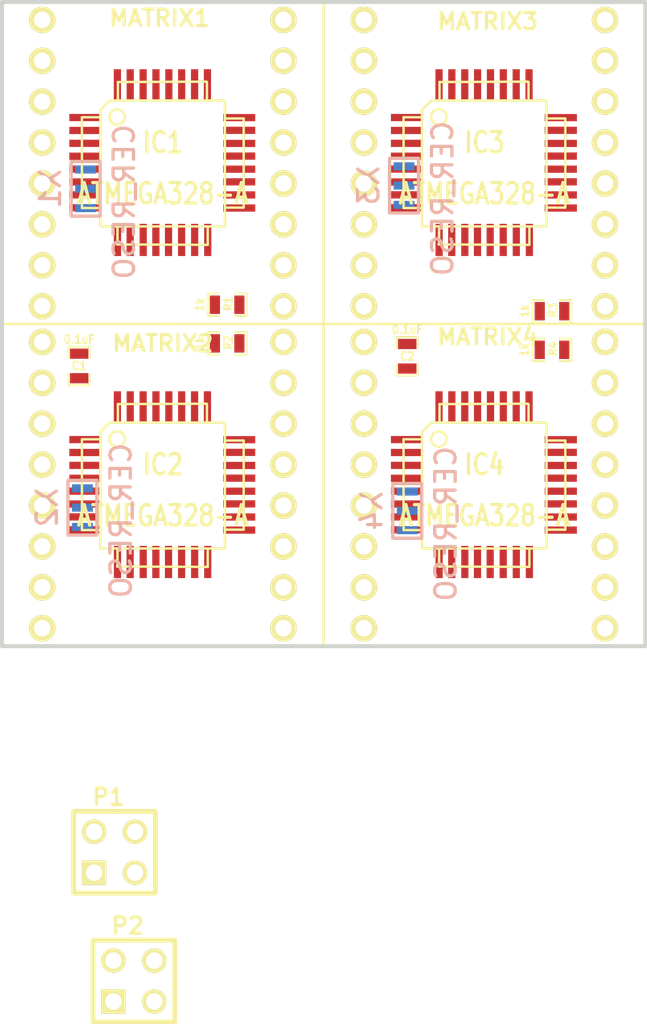
<source format=kicad_pcb>
(kicad_pcb (version 3) (host pcbnew "(2013-mar-13)-testing")

  (general
    (links 128)
    (no_connects 128)
    (area 49.874999 49.874999 90.125001 90.125001)
    (thickness 1.6)
    (drawings 4)
    (tracks 0)
    (zones 0)
    (modules 20)
    (nets 97)
  )

  (page A4)
  (layers
    (15 F.Cu signal)
    (0 B.Cu signal)
    (16 B.Adhes user)
    (17 F.Adhes user)
    (18 B.Paste user)
    (19 F.Paste user)
    (20 B.SilkS user)
    (21 F.SilkS user)
    (22 B.Mask user)
    (23 F.Mask user)
    (24 Dwgs.User user)
    (25 Cmts.User user)
    (26 Eco1.User user)
    (27 Eco2.User user)
    (28 Edge.Cuts user)
  )

  (setup
    (last_trace_width 0.254)
    (trace_clearance 0.254)
    (zone_clearance 0.508)
    (zone_45_only no)
    (trace_min 0.254)
    (segment_width 0.2)
    (edge_width 0.25)
    (via_size 0.889)
    (via_drill 0.635)
    (via_min_size 0.889)
    (via_min_drill 0.508)
    (uvia_size 0.508)
    (uvia_drill 0.127)
    (uvias_allowed no)
    (uvia_min_size 0.508)
    (uvia_min_drill 0.127)
    (pcb_text_width 0.3)
    (pcb_text_size 1.5 1.5)
    (mod_edge_width 0.15)
    (mod_text_size 1 1)
    (mod_text_width 0.15)
    (pad_size 1.5 1.5)
    (pad_drill 0.6)
    (pad_to_mask_clearance 0)
    (aux_axis_origin 0 0)
    (visible_elements FFFFFF7F)
    (pcbplotparams
      (layerselection 3178497)
      (usegerberextensions true)
      (excludeedgelayer true)
      (linewidth 0.150000)
      (plotframeref false)
      (viasonmask false)
      (mode 1)
      (useauxorigin false)
      (hpglpennumber 1)
      (hpglpenspeed 20)
      (hpglpendiameter 15)
      (hpglpenoverlay 2)
      (psnegative false)
      (psa4output false)
      (plotreference true)
      (plotvalue true)
      (plotothertext true)
      (plotinvisibletext false)
      (padsonsilk false)
      (subtractmaskfromsilk false)
      (outputformat 1)
      (mirror false)
      (drillshape 1)
      (scaleselection 1)
      (outputdirectory ""))
  )

  (net 0 "")
  (net 1 +5V)
  (net 2 /COL1_DRV1)
  (net 3 /COL1_DRV2)
  (net 4 /COL1_DRV3)
  (net 5 /COL1_DRV4)
  (net 6 /COL2_DRV1)
  (net 7 /COL2_DRV2)
  (net 8 /COL2_DRV3)
  (net 9 /COL2_DRV4)
  (net 10 /COL3_DRV1)
  (net 11 /COL3_DRV2)
  (net 12 /COL3_DRV3)
  (net 13 /COL3_DRV4)
  (net 14 /COL4_DRV1)
  (net 15 /COL4_DRV2)
  (net 16 /COL4_DRV3)
  (net 17 /COL4_DRV4)
  (net 18 /COL5_DRV1)
  (net 19 /COL5_DRV2)
  (net 20 /COL5_DRV3)
  (net 21 /COL5_DRV4)
  (net 22 /COL6_DRV1)
  (net 23 /COL6_DRV2)
  (net 24 /COL6_DRV3)
  (net 25 /COL6_DRV4)
  (net 26 /COL7_DRV1)
  (net 27 /COL7_DRV2)
  (net 28 /COL7_DRV3)
  (net 29 /COL7_DRV4)
  (net 30 /COL8_DRV1)
  (net 31 /COL8_DRV2)
  (net 32 /COL8_DRV3)
  (net 33 /COL8_DRV4)
  (net 34 /RESET_DRV1)
  (net 35 /RESET_DRV2)
  (net 36 /RESET_DRV3)
  (net 37 /RESET_DRV4)
  (net 38 /ROW1_DRV1)
  (net 39 /ROW1_DRV2)
  (net 40 /ROW1_DRV3)
  (net 41 /ROW1_DRV4)
  (net 42 /ROW2_DRV1)
  (net 43 /ROW2_DRV2)
  (net 44 /ROW2_DRV3)
  (net 45 /ROW2_DRV4)
  (net 46 /ROW3_DRV1)
  (net 47 /ROW3_DRV2)
  (net 48 /ROW3_DRV3)
  (net 49 /ROW3_DRV4)
  (net 50 /ROW4_DRV1)
  (net 51 /ROW4_DRV2)
  (net 52 /ROW4_DRV3)
  (net 53 /ROW4_DRV4)
  (net 54 /ROW5_DRV1)
  (net 55 /ROW5_DRV2)
  (net 56 /ROW5_DRV3)
  (net 57 /ROW5_DRV4)
  (net 58 /ROW6_DRV1)
  (net 59 /ROW6_DRV2)
  (net 60 /ROW6_DRV3)
  (net 61 /ROW6_DRV4)
  (net 62 /ROW7_DRV1)
  (net 63 /ROW7_DRV2)
  (net 64 /ROW7_DRV3)
  (net 65 /ROW7_DRV4)
  (net 66 /ROW8_DRV1)
  (net 67 /ROW8_DRV2)
  (net 68 /ROW8_DRV3)
  (net 69 /ROW8_DRV4)
  (net 70 /SCL)
  (net 71 /SDA)
  (net 72 /XTAL1_DRV1)
  (net 73 /XTAL1_DRV2)
  (net 74 /XTAL1_DRV3)
  (net 75 /XTAL1_DRV4)
  (net 76 /XTAL2_DRV1)
  (net 77 /XTAL2_DRV2)
  (net 78 /XTAL2_DRV3)
  (net 79 /XTAL2_DRV4)
  (net 80 GND)
  (net 81 N-000001)
  (net 82 N-0000010)
  (net 83 N-0000039)
  (net 84 N-0000040)
  (net 85 N-0000041)
  (net 86 N-0000042)
  (net 87 N-000007)
  (net 88 N-0000087)
  (net 89 N-0000088)
  (net 90 N-0000089)
  (net 91 N-000009)
  (net 92 N-0000090)
  (net 93 N-0000091)
  (net 94 N-0000092)
  (net 95 N-0000093)
  (net 96 N-0000094)

  (net_class Default "This is the default net class."
    (clearance 0.254)
    (trace_width 0.254)
    (via_dia 0.889)
    (via_drill 0.635)
    (uvia_dia 0.508)
    (uvia_drill 0.127)
    (add_net "")
    (add_net +5V)
    (add_net /COL1_DRV1)
    (add_net /COL1_DRV2)
    (add_net /COL1_DRV3)
    (add_net /COL1_DRV4)
    (add_net /COL2_DRV1)
    (add_net /COL2_DRV2)
    (add_net /COL2_DRV3)
    (add_net /COL2_DRV4)
    (add_net /COL3_DRV1)
    (add_net /COL3_DRV2)
    (add_net /COL3_DRV3)
    (add_net /COL3_DRV4)
    (add_net /COL4_DRV1)
    (add_net /COL4_DRV2)
    (add_net /COL4_DRV3)
    (add_net /COL4_DRV4)
    (add_net /COL5_DRV1)
    (add_net /COL5_DRV2)
    (add_net /COL5_DRV3)
    (add_net /COL5_DRV4)
    (add_net /COL6_DRV1)
    (add_net /COL6_DRV2)
    (add_net /COL6_DRV3)
    (add_net /COL6_DRV4)
    (add_net /COL7_DRV1)
    (add_net /COL7_DRV2)
    (add_net /COL7_DRV3)
    (add_net /COL7_DRV4)
    (add_net /COL8_DRV1)
    (add_net /COL8_DRV2)
    (add_net /COL8_DRV3)
    (add_net /COL8_DRV4)
    (add_net /RESET_DRV1)
    (add_net /RESET_DRV2)
    (add_net /RESET_DRV3)
    (add_net /RESET_DRV4)
    (add_net /ROW1_DRV1)
    (add_net /ROW1_DRV2)
    (add_net /ROW1_DRV3)
    (add_net /ROW1_DRV4)
    (add_net /ROW2_DRV1)
    (add_net /ROW2_DRV2)
    (add_net /ROW2_DRV3)
    (add_net /ROW2_DRV4)
    (add_net /ROW3_DRV1)
    (add_net /ROW3_DRV2)
    (add_net /ROW3_DRV3)
    (add_net /ROW3_DRV4)
    (add_net /ROW4_DRV1)
    (add_net /ROW4_DRV2)
    (add_net /ROW4_DRV3)
    (add_net /ROW4_DRV4)
    (add_net /ROW5_DRV1)
    (add_net /ROW5_DRV2)
    (add_net /ROW5_DRV3)
    (add_net /ROW5_DRV4)
    (add_net /ROW6_DRV1)
    (add_net /ROW6_DRV2)
    (add_net /ROW6_DRV3)
    (add_net /ROW6_DRV4)
    (add_net /ROW7_DRV1)
    (add_net /ROW7_DRV2)
    (add_net /ROW7_DRV3)
    (add_net /ROW7_DRV4)
    (add_net /ROW8_DRV1)
    (add_net /ROW8_DRV2)
    (add_net /ROW8_DRV3)
    (add_net /ROW8_DRV4)
    (add_net /SCL)
    (add_net /SDA)
    (add_net /XTAL1_DRV1)
    (add_net /XTAL1_DRV2)
    (add_net /XTAL1_DRV3)
    (add_net /XTAL1_DRV4)
    (add_net /XTAL2_DRV1)
    (add_net /XTAL2_DRV2)
    (add_net /XTAL2_DRV3)
    (add_net /XTAL2_DRV4)
    (add_net GND)
    (add_net N-000001)
    (add_net N-0000010)
    (add_net N-0000039)
    (add_net N-0000040)
    (add_net N-0000041)
    (add_net N-0000042)
    (add_net N-000007)
    (add_net N-0000087)
    (add_net N-0000088)
    (add_net N-0000089)
    (add_net N-000009)
    (add_net N-0000090)
    (add_net N-0000091)
    (add_net N-0000092)
    (add_net N-0000093)
    (add_net N-0000094)
  )

  (module SM0603_Capa (layer F.Cu) (tedit 5051B1EC) (tstamp 52131EE2)
    (at 54.8 72.6 270)
    (path /521309B9)
    (attr smd)
    (fp_text reference C1 (at 0 0 360) (layer F.SilkS)
      (effects (font (size 0.508 0.4572) (thickness 0.1143)))
    )
    (fp_text value 0.1uF (at -1.651 0 360) (layer F.SilkS)
      (effects (font (size 0.508 0.4572) (thickness 0.1143)))
    )
    (fp_line (start 0.50038 0.65024) (end 1.19888 0.65024) (layer F.SilkS) (width 0.11938))
    (fp_line (start -0.50038 0.65024) (end -1.19888 0.65024) (layer F.SilkS) (width 0.11938))
    (fp_line (start 0.50038 -0.65024) (end 1.19888 -0.65024) (layer F.SilkS) (width 0.11938))
    (fp_line (start -1.19888 -0.65024) (end -0.50038 -0.65024) (layer F.SilkS) (width 0.11938))
    (fp_line (start 1.19888 -0.635) (end 1.19888 0.635) (layer F.SilkS) (width 0.11938))
    (fp_line (start -1.19888 0.635) (end -1.19888 -0.635) (layer F.SilkS) (width 0.11938))
    (pad 1 smd rect (at -0.762 0 270) (size 0.635 1.143)
      (layers F.Cu F.Paste F.Mask)
      (net 1 +5V)
    )
    (pad 2 smd rect (at 0.762 0 270) (size 0.635 1.143)
      (layers F.Cu F.Paste F.Mask)
      (net 80 GND)
    )
    (model smd\capacitors\C0603.wrl
      (at (xyz 0 0 0.001))
      (scale (xyz 0.5 0.5 0.5))
      (rotate (xyz 0 0 0))
    )
  )

  (module TQFP32 (layer F.Cu) (tedit 43A670DA) (tstamp 52131F3C)
    (at 60 60)
    (path /521285C1)
    (fp_text reference IC1 (at 0 -1.27) (layer F.SilkS)
      (effects (font (size 1.27 1.016) (thickness 0.2032)))
    )
    (fp_text value ATMEGA328-A (at 0 1.905) (layer F.SilkS)
      (effects (font (size 1.27 1.016) (thickness 0.2032)))
    )
    (fp_line (start 5.0292 2.7686) (end 3.8862 2.7686) (layer F.SilkS) (width 0.1524))
    (fp_line (start 5.0292 -2.7686) (end 3.9116 -2.7686) (layer F.SilkS) (width 0.1524))
    (fp_line (start 5.0292 2.7686) (end 5.0292 -2.7686) (layer F.SilkS) (width 0.1524))
    (fp_line (start 2.794 3.9624) (end 2.794 5.0546) (layer F.SilkS) (width 0.1524))
    (fp_line (start -2.8194 3.9878) (end -2.8194 5.0546) (layer F.SilkS) (width 0.1524))
    (fp_line (start -2.8448 5.0546) (end 2.794 5.08) (layer F.SilkS) (width 0.1524))
    (fp_line (start -2.794 -5.0292) (end 2.7178 -5.0546) (layer F.SilkS) (width 0.1524))
    (fp_line (start -3.8862 -3.2766) (end -3.8862 3.9116) (layer F.SilkS) (width 0.1524))
    (fp_line (start 2.7432 -5.0292) (end 2.7432 -3.9878) (layer F.SilkS) (width 0.1524))
    (fp_line (start -3.2512 -3.8862) (end 3.81 -3.8862) (layer F.SilkS) (width 0.1524))
    (fp_line (start 3.8608 3.937) (end 3.8608 -3.7846) (layer F.SilkS) (width 0.1524))
    (fp_line (start -3.8862 3.937) (end 3.7338 3.937) (layer F.SilkS) (width 0.1524))
    (fp_line (start -5.0292 -2.8448) (end -5.0292 2.794) (layer F.SilkS) (width 0.1524))
    (fp_line (start -5.0292 2.794) (end -3.8862 2.794) (layer F.SilkS) (width 0.1524))
    (fp_line (start -3.87604 -3.302) (end -3.29184 -3.8862) (layer F.SilkS) (width 0.1524))
    (fp_line (start -5.02412 -2.8448) (end -3.87604 -2.8448) (layer F.SilkS) (width 0.1524))
    (fp_line (start -2.794 -3.8862) (end -2.794 -5.03428) (layer F.SilkS) (width 0.1524))
    (fp_circle (center -2.83972 -2.86004) (end -2.43332 -2.60604) (layer F.SilkS) (width 0.1524))
    (pad 8 smd rect (at -4.81584 2.77622) (size 1.99898 0.44958)
      (layers F.Cu F.Paste F.Mask)
      (net 76 /XTAL2_DRV1)
    )
    (pad 7 smd rect (at -4.81584 1.97612) (size 1.99898 0.44958)
      (layers F.Cu F.Paste F.Mask)
      (net 72 /XTAL1_DRV1)
    )
    (pad 6 smd rect (at -4.81584 1.17602) (size 1.99898 0.44958)
      (layers F.Cu F.Paste F.Mask)
      (net 1 +5V)
    )
    (pad 5 smd rect (at -4.81584 0.37592) (size 1.99898 0.44958)
      (layers F.Cu F.Paste F.Mask)
      (net 80 GND)
    )
    (pad 4 smd rect (at -4.81584 -0.42418) (size 1.99898 0.44958)
      (layers F.Cu F.Paste F.Mask)
      (net 1 +5V)
    )
    (pad 3 smd rect (at -4.81584 -1.22428) (size 1.99898 0.44958)
      (layers F.Cu F.Paste F.Mask)
      (net 80 GND)
    )
    (pad 2 smd rect (at -4.81584 -2.02438) (size 1.99898 0.44958)
      (layers F.Cu F.Paste F.Mask)
      (net 18 /COL5_DRV1)
    )
    (pad 1 smd rect (at -4.81584 -2.82448) (size 1.99898 0.44958)
      (layers F.Cu F.Paste F.Mask)
      (net 14 /COL4_DRV1)
    )
    (pad 24 smd rect (at 4.7498 -2.8194) (size 1.99898 0.44958)
      (layers F.Cu F.Paste F.Mask)
      (net 66 /ROW8_DRV1)
    )
    (pad 17 smd rect (at 4.7498 2.794) (size 1.99898 0.44958)
      (layers F.Cu F.Paste F.Mask)
      (net 58 /ROW6_DRV1)
    )
    (pad 18 smd rect (at 4.7498 1.9812) (size 1.99898 0.44958)
      (layers F.Cu F.Paste F.Mask)
      (net 1 +5V)
    )
    (pad 19 smd rect (at 4.7498 1.1684) (size 1.99898 0.44958)
      (layers F.Cu F.Paste F.Mask)
      (net 89 N-0000088)
    )
    (pad 20 smd rect (at 4.7498 0.381) (size 1.99898 0.44958)
      (layers F.Cu F.Paste F.Mask)
      (net 1 +5V)
    )
    (pad 21 smd rect (at 4.7498 -0.4318) (size 1.99898 0.44958)
      (layers F.Cu F.Paste F.Mask)
      (net 80 GND)
    )
    (pad 22 smd rect (at 4.7498 -1.2192) (size 1.99898 0.44958)
      (layers F.Cu F.Paste F.Mask)
      (net 90 N-0000089)
    )
    (pad 23 smd rect (at 4.7498 -2.032) (size 1.99898 0.44958)
      (layers F.Cu F.Paste F.Mask)
      (net 62 /ROW7_DRV1)
    )
    (pad 32 smd rect (at -2.82448 -4.826) (size 0.44958 1.99898)
      (layers F.Cu F.Paste F.Mask)
      (net 10 /COL3_DRV1)
    )
    (pad 31 smd rect (at -2.02692 -4.826) (size 0.44958 1.99898)
      (layers F.Cu F.Paste F.Mask)
      (net 6 /COL2_DRV1)
    )
    (pad 30 smd rect (at -1.22428 -4.826) (size 0.44958 1.99898)
      (layers F.Cu F.Paste F.Mask)
      (net 2 /COL1_DRV1)
    )
    (pad 29 smd rect (at -0.42672 -4.826) (size 0.44958 1.99898)
      (layers F.Cu F.Paste F.Mask)
      (net 34 /RESET_DRV1)
    )
    (pad 28 smd rect (at 0.37592 -4.826) (size 0.44958 1.99898)
      (layers F.Cu F.Paste F.Mask)
      (net 70 /SCL)
    )
    (pad 27 smd rect (at 1.17348 -4.826) (size 0.44958 1.99898)
      (layers F.Cu F.Paste F.Mask)
      (net 71 /SDA)
    )
    (pad 26 smd rect (at 1.97612 -4.826) (size 0.44958 1.99898)
      (layers F.Cu F.Paste F.Mask)
      (net 93 N-0000091)
    )
    (pad 25 smd rect (at 2.77368 -4.826) (size 0.44958 1.99898)
      (layers F.Cu F.Paste F.Mask)
      (net 92 N-0000090)
    )
    (pad 9 smd rect (at -2.8194 4.7752) (size 0.44958 1.99898)
      (layers F.Cu F.Paste F.Mask)
      (net 22 /COL6_DRV1)
    )
    (pad 10 smd rect (at -2.032 4.7752) (size 0.44958 1.99898)
      (layers F.Cu F.Paste F.Mask)
      (net 26 /COL7_DRV1)
    )
    (pad 11 smd rect (at -1.2192 4.7752) (size 0.44958 1.99898)
      (layers F.Cu F.Paste F.Mask)
      (net 30 /COL8_DRV1)
    )
    (pad 12 smd rect (at -0.4318 4.7752) (size 0.44958 1.99898)
      (layers F.Cu F.Paste F.Mask)
      (net 38 /ROW1_DRV1)
    )
    (pad 13 smd rect (at 0.3556 4.7752) (size 0.44958 1.99898)
      (layers F.Cu F.Paste F.Mask)
      (net 42 /ROW2_DRV1)
    )
    (pad 14 smd rect (at 1.1684 4.7752) (size 0.44958 1.99898)
      (layers F.Cu F.Paste F.Mask)
      (net 46 /ROW3_DRV1)
    )
    (pad 15 smd rect (at 1.9812 4.7752) (size 0.44958 1.99898)
      (layers F.Cu F.Paste F.Mask)
      (net 50 /ROW4_DRV1)
    )
    (pad 16 smd rect (at 2.794 4.7752) (size 0.44958 1.99898)
      (layers F.Cu F.Paste F.Mask)
      (net 54 /ROW5_DRV1)
    )
    (model smd/tqfp32.wrl
      (at (xyz 0 0 0))
      (scale (xyz 1 1 1))
      (rotate (xyz 0 0 0))
    )
  )

  (module TQFP32 (layer F.Cu) (tedit 43A670DA) (tstamp 52131F72)
    (at 60 80)
    (path /521296D4)
    (fp_text reference IC2 (at 0 -1.27) (layer F.SilkS)
      (effects (font (size 1.27 1.016) (thickness 0.2032)))
    )
    (fp_text value ATMEGA328-A (at 0 1.905) (layer F.SilkS)
      (effects (font (size 1.27 1.016) (thickness 0.2032)))
    )
    (fp_line (start 5.0292 2.7686) (end 3.8862 2.7686) (layer F.SilkS) (width 0.1524))
    (fp_line (start 5.0292 -2.7686) (end 3.9116 -2.7686) (layer F.SilkS) (width 0.1524))
    (fp_line (start 5.0292 2.7686) (end 5.0292 -2.7686) (layer F.SilkS) (width 0.1524))
    (fp_line (start 2.794 3.9624) (end 2.794 5.0546) (layer F.SilkS) (width 0.1524))
    (fp_line (start -2.8194 3.9878) (end -2.8194 5.0546) (layer F.SilkS) (width 0.1524))
    (fp_line (start -2.8448 5.0546) (end 2.794 5.08) (layer F.SilkS) (width 0.1524))
    (fp_line (start -2.794 -5.0292) (end 2.7178 -5.0546) (layer F.SilkS) (width 0.1524))
    (fp_line (start -3.8862 -3.2766) (end -3.8862 3.9116) (layer F.SilkS) (width 0.1524))
    (fp_line (start 2.7432 -5.0292) (end 2.7432 -3.9878) (layer F.SilkS) (width 0.1524))
    (fp_line (start -3.2512 -3.8862) (end 3.81 -3.8862) (layer F.SilkS) (width 0.1524))
    (fp_line (start 3.8608 3.937) (end 3.8608 -3.7846) (layer F.SilkS) (width 0.1524))
    (fp_line (start -3.8862 3.937) (end 3.7338 3.937) (layer F.SilkS) (width 0.1524))
    (fp_line (start -5.0292 -2.8448) (end -5.0292 2.794) (layer F.SilkS) (width 0.1524))
    (fp_line (start -5.0292 2.794) (end -3.8862 2.794) (layer F.SilkS) (width 0.1524))
    (fp_line (start -3.87604 -3.302) (end -3.29184 -3.8862) (layer F.SilkS) (width 0.1524))
    (fp_line (start -5.02412 -2.8448) (end -3.87604 -2.8448) (layer F.SilkS) (width 0.1524))
    (fp_line (start -2.794 -3.8862) (end -2.794 -5.03428) (layer F.SilkS) (width 0.1524))
    (fp_circle (center -2.83972 -2.86004) (end -2.43332 -2.60604) (layer F.SilkS) (width 0.1524))
    (pad 8 smd rect (at -4.81584 2.77622) (size 1.99898 0.44958)
      (layers F.Cu F.Paste F.Mask)
      (net 77 /XTAL2_DRV2)
    )
    (pad 7 smd rect (at -4.81584 1.97612) (size 1.99898 0.44958)
      (layers F.Cu F.Paste F.Mask)
      (net 73 /XTAL1_DRV2)
    )
    (pad 6 smd rect (at -4.81584 1.17602) (size 1.99898 0.44958)
      (layers F.Cu F.Paste F.Mask)
      (net 1 +5V)
    )
    (pad 5 smd rect (at -4.81584 0.37592) (size 1.99898 0.44958)
      (layers F.Cu F.Paste F.Mask)
      (net 80 GND)
    )
    (pad 4 smd rect (at -4.81584 -0.42418) (size 1.99898 0.44958)
      (layers F.Cu F.Paste F.Mask)
      (net 1 +5V)
    )
    (pad 3 smd rect (at -4.81584 -1.22428) (size 1.99898 0.44958)
      (layers F.Cu F.Paste F.Mask)
      (net 80 GND)
    )
    (pad 2 smd rect (at -4.81584 -2.02438) (size 1.99898 0.44958)
      (layers F.Cu F.Paste F.Mask)
      (net 19 /COL5_DRV2)
    )
    (pad 1 smd rect (at -4.81584 -2.82448) (size 1.99898 0.44958)
      (layers F.Cu F.Paste F.Mask)
      (net 15 /COL4_DRV2)
    )
    (pad 24 smd rect (at 4.7498 -2.8194) (size 1.99898 0.44958)
      (layers F.Cu F.Paste F.Mask)
      (net 67 /ROW8_DRV2)
    )
    (pad 17 smd rect (at 4.7498 2.794) (size 1.99898 0.44958)
      (layers F.Cu F.Paste F.Mask)
      (net 59 /ROW6_DRV2)
    )
    (pad 18 smd rect (at 4.7498 1.9812) (size 1.99898 0.44958)
      (layers F.Cu F.Paste F.Mask)
      (net 1 +5V)
    )
    (pad 19 smd rect (at 4.7498 1.1684) (size 1.99898 0.44958)
      (layers F.Cu F.Paste F.Mask)
      (net 96 N-0000094)
    )
    (pad 20 smd rect (at 4.7498 0.381) (size 1.99898 0.44958)
      (layers F.Cu F.Paste F.Mask)
      (net 1 +5V)
    )
    (pad 21 smd rect (at 4.7498 -0.4318) (size 1.99898 0.44958)
      (layers F.Cu F.Paste F.Mask)
      (net 80 GND)
    )
    (pad 22 smd rect (at 4.7498 -1.2192) (size 1.99898 0.44958)
      (layers F.Cu F.Paste F.Mask)
      (net 88 N-0000087)
    )
    (pad 23 smd rect (at 4.7498 -2.032) (size 1.99898 0.44958)
      (layers F.Cu F.Paste F.Mask)
      (net 63 /ROW7_DRV2)
    )
    (pad 32 smd rect (at -2.82448 -4.826) (size 0.44958 1.99898)
      (layers F.Cu F.Paste F.Mask)
      (net 11 /COL3_DRV2)
    )
    (pad 31 smd rect (at -2.02692 -4.826) (size 0.44958 1.99898)
      (layers F.Cu F.Paste F.Mask)
      (net 7 /COL2_DRV2)
    )
    (pad 30 smd rect (at -1.22428 -4.826) (size 0.44958 1.99898)
      (layers F.Cu F.Paste F.Mask)
      (net 3 /COL1_DRV2)
    )
    (pad 29 smd rect (at -0.42672 -4.826) (size 0.44958 1.99898)
      (layers F.Cu F.Paste F.Mask)
      (net 35 /RESET_DRV2)
    )
    (pad 28 smd rect (at 0.37592 -4.826) (size 0.44958 1.99898)
      (layers F.Cu F.Paste F.Mask)
      (net 70 /SCL)
    )
    (pad 27 smd rect (at 1.17348 -4.826) (size 0.44958 1.99898)
      (layers F.Cu F.Paste F.Mask)
      (net 71 /SDA)
    )
    (pad 26 smd rect (at 1.97612 -4.826) (size 0.44958 1.99898)
      (layers F.Cu F.Paste F.Mask)
      (net 95 N-0000093)
    )
    (pad 25 smd rect (at 2.77368 -4.826) (size 0.44958 1.99898)
      (layers F.Cu F.Paste F.Mask)
      (net 94 N-0000092)
    )
    (pad 9 smd rect (at -2.8194 4.7752) (size 0.44958 1.99898)
      (layers F.Cu F.Paste F.Mask)
      (net 23 /COL6_DRV2)
    )
    (pad 10 smd rect (at -2.032 4.7752) (size 0.44958 1.99898)
      (layers F.Cu F.Paste F.Mask)
      (net 27 /COL7_DRV2)
    )
    (pad 11 smd rect (at -1.2192 4.7752) (size 0.44958 1.99898)
      (layers F.Cu F.Paste F.Mask)
      (net 31 /COL8_DRV2)
    )
    (pad 12 smd rect (at -0.4318 4.7752) (size 0.44958 1.99898)
      (layers F.Cu F.Paste F.Mask)
      (net 39 /ROW1_DRV2)
    )
    (pad 13 smd rect (at 0.3556 4.7752) (size 0.44958 1.99898)
      (layers F.Cu F.Paste F.Mask)
      (net 43 /ROW2_DRV2)
    )
    (pad 14 smd rect (at 1.1684 4.7752) (size 0.44958 1.99898)
      (layers F.Cu F.Paste F.Mask)
      (net 47 /ROW3_DRV2)
    )
    (pad 15 smd rect (at 1.9812 4.7752) (size 0.44958 1.99898)
      (layers F.Cu F.Paste F.Mask)
      (net 51 /ROW4_DRV2)
    )
    (pad 16 smd rect (at 2.794 4.7752) (size 0.44958 1.99898)
      (layers F.Cu F.Paste F.Mask)
      (net 55 /ROW5_DRV2)
    )
    (model smd/tqfp32.wrl
      (at (xyz 0 0 0))
      (scale (xyz 1 1 1))
      (rotate (xyz 0 0 0))
    )
  )

  (module TQFP32 (layer F.Cu) (tedit 43A670DA) (tstamp 52131FA8)
    (at 80 60)
    (path /5213039D)
    (fp_text reference IC3 (at 0 -1.27) (layer F.SilkS)
      (effects (font (size 1.27 1.016) (thickness 0.2032)))
    )
    (fp_text value ATMEGA328-A (at 0 1.905) (layer F.SilkS)
      (effects (font (size 1.27 1.016) (thickness 0.2032)))
    )
    (fp_line (start 5.0292 2.7686) (end 3.8862 2.7686) (layer F.SilkS) (width 0.1524))
    (fp_line (start 5.0292 -2.7686) (end 3.9116 -2.7686) (layer F.SilkS) (width 0.1524))
    (fp_line (start 5.0292 2.7686) (end 5.0292 -2.7686) (layer F.SilkS) (width 0.1524))
    (fp_line (start 2.794 3.9624) (end 2.794 5.0546) (layer F.SilkS) (width 0.1524))
    (fp_line (start -2.8194 3.9878) (end -2.8194 5.0546) (layer F.SilkS) (width 0.1524))
    (fp_line (start -2.8448 5.0546) (end 2.794 5.08) (layer F.SilkS) (width 0.1524))
    (fp_line (start -2.794 -5.0292) (end 2.7178 -5.0546) (layer F.SilkS) (width 0.1524))
    (fp_line (start -3.8862 -3.2766) (end -3.8862 3.9116) (layer F.SilkS) (width 0.1524))
    (fp_line (start 2.7432 -5.0292) (end 2.7432 -3.9878) (layer F.SilkS) (width 0.1524))
    (fp_line (start -3.2512 -3.8862) (end 3.81 -3.8862) (layer F.SilkS) (width 0.1524))
    (fp_line (start 3.8608 3.937) (end 3.8608 -3.7846) (layer F.SilkS) (width 0.1524))
    (fp_line (start -3.8862 3.937) (end 3.7338 3.937) (layer F.SilkS) (width 0.1524))
    (fp_line (start -5.0292 -2.8448) (end -5.0292 2.794) (layer F.SilkS) (width 0.1524))
    (fp_line (start -5.0292 2.794) (end -3.8862 2.794) (layer F.SilkS) (width 0.1524))
    (fp_line (start -3.87604 -3.302) (end -3.29184 -3.8862) (layer F.SilkS) (width 0.1524))
    (fp_line (start -5.02412 -2.8448) (end -3.87604 -2.8448) (layer F.SilkS) (width 0.1524))
    (fp_line (start -2.794 -3.8862) (end -2.794 -5.03428) (layer F.SilkS) (width 0.1524))
    (fp_circle (center -2.83972 -2.86004) (end -2.43332 -2.60604) (layer F.SilkS) (width 0.1524))
    (pad 8 smd rect (at -4.81584 2.77622) (size 1.99898 0.44958)
      (layers F.Cu F.Paste F.Mask)
      (net 78 /XTAL2_DRV3)
    )
    (pad 7 smd rect (at -4.81584 1.97612) (size 1.99898 0.44958)
      (layers F.Cu F.Paste F.Mask)
      (net 74 /XTAL1_DRV3)
    )
    (pad 6 smd rect (at -4.81584 1.17602) (size 1.99898 0.44958)
      (layers F.Cu F.Paste F.Mask)
      (net 1 +5V)
    )
    (pad 5 smd rect (at -4.81584 0.37592) (size 1.99898 0.44958)
      (layers F.Cu F.Paste F.Mask)
      (net 80 GND)
    )
    (pad 4 smd rect (at -4.81584 -0.42418) (size 1.99898 0.44958)
      (layers F.Cu F.Paste F.Mask)
      (net 1 +5V)
    )
    (pad 3 smd rect (at -4.81584 -1.22428) (size 1.99898 0.44958)
      (layers F.Cu F.Paste F.Mask)
      (net 80 GND)
    )
    (pad 2 smd rect (at -4.81584 -2.02438) (size 1.99898 0.44958)
      (layers F.Cu F.Paste F.Mask)
      (net 20 /COL5_DRV3)
    )
    (pad 1 smd rect (at -4.81584 -2.82448) (size 1.99898 0.44958)
      (layers F.Cu F.Paste F.Mask)
      (net 16 /COL4_DRV3)
    )
    (pad 24 smd rect (at 4.7498 -2.8194) (size 1.99898 0.44958)
      (layers F.Cu F.Paste F.Mask)
      (net 68 /ROW8_DRV3)
    )
    (pad 17 smd rect (at 4.7498 2.794) (size 1.99898 0.44958)
      (layers F.Cu F.Paste F.Mask)
      (net 60 /ROW6_DRV3)
    )
    (pad 18 smd rect (at 4.7498 1.9812) (size 1.99898 0.44958)
      (layers F.Cu F.Paste F.Mask)
      (net 1 +5V)
    )
    (pad 19 smd rect (at 4.7498 1.1684) (size 1.99898 0.44958)
      (layers F.Cu F.Paste F.Mask)
      (net 86 N-0000042)
    )
    (pad 20 smd rect (at 4.7498 0.381) (size 1.99898 0.44958)
      (layers F.Cu F.Paste F.Mask)
      (net 1 +5V)
    )
    (pad 21 smd rect (at 4.7498 -0.4318) (size 1.99898 0.44958)
      (layers F.Cu F.Paste F.Mask)
      (net 80 GND)
    )
    (pad 22 smd rect (at 4.7498 -1.2192) (size 1.99898 0.44958)
      (layers F.Cu F.Paste F.Mask)
      (net 83 N-0000039)
    )
    (pad 23 smd rect (at 4.7498 -2.032) (size 1.99898 0.44958)
      (layers F.Cu F.Paste F.Mask)
      (net 64 /ROW7_DRV3)
    )
    (pad 32 smd rect (at -2.82448 -4.826) (size 0.44958 1.99898)
      (layers F.Cu F.Paste F.Mask)
      (net 12 /COL3_DRV3)
    )
    (pad 31 smd rect (at -2.02692 -4.826) (size 0.44958 1.99898)
      (layers F.Cu F.Paste F.Mask)
      (net 8 /COL2_DRV3)
    )
    (pad 30 smd rect (at -1.22428 -4.826) (size 0.44958 1.99898)
      (layers F.Cu F.Paste F.Mask)
      (net 4 /COL1_DRV3)
    )
    (pad 29 smd rect (at -0.42672 -4.826) (size 0.44958 1.99898)
      (layers F.Cu F.Paste F.Mask)
      (net 36 /RESET_DRV3)
    )
    (pad 28 smd rect (at 0.37592 -4.826) (size 0.44958 1.99898)
      (layers F.Cu F.Paste F.Mask)
      (net 70 /SCL)
    )
    (pad 27 smd rect (at 1.17348 -4.826) (size 0.44958 1.99898)
      (layers F.Cu F.Paste F.Mask)
      (net 71 /SDA)
    )
    (pad 26 smd rect (at 1.97612 -4.826) (size 0.44958 1.99898)
      (layers F.Cu F.Paste F.Mask)
      (net 85 N-0000041)
    )
    (pad 25 smd rect (at 2.77368 -4.826) (size 0.44958 1.99898)
      (layers F.Cu F.Paste F.Mask)
      (net 84 N-0000040)
    )
    (pad 9 smd rect (at -2.8194 4.7752) (size 0.44958 1.99898)
      (layers F.Cu F.Paste F.Mask)
      (net 24 /COL6_DRV3)
    )
    (pad 10 smd rect (at -2.032 4.7752) (size 0.44958 1.99898)
      (layers F.Cu F.Paste F.Mask)
      (net 28 /COL7_DRV3)
    )
    (pad 11 smd rect (at -1.2192 4.7752) (size 0.44958 1.99898)
      (layers F.Cu F.Paste F.Mask)
      (net 32 /COL8_DRV3)
    )
    (pad 12 smd rect (at -0.4318 4.7752) (size 0.44958 1.99898)
      (layers F.Cu F.Paste F.Mask)
      (net 40 /ROW1_DRV3)
    )
    (pad 13 smd rect (at 0.3556 4.7752) (size 0.44958 1.99898)
      (layers F.Cu F.Paste F.Mask)
      (net 44 /ROW2_DRV3)
    )
    (pad 14 smd rect (at 1.1684 4.7752) (size 0.44958 1.99898)
      (layers F.Cu F.Paste F.Mask)
      (net 48 /ROW3_DRV3)
    )
    (pad 15 smd rect (at 1.9812 4.7752) (size 0.44958 1.99898)
      (layers F.Cu F.Paste F.Mask)
      (net 52 /ROW4_DRV3)
    )
    (pad 16 smd rect (at 2.794 4.7752) (size 0.44958 1.99898)
      (layers F.Cu F.Paste F.Mask)
      (net 56 /ROW5_DRV3)
    )
    (model smd/tqfp32.wrl
      (at (xyz 0 0 0))
      (scale (xyz 1 1 1))
      (rotate (xyz 0 0 0))
    )
  )

  (module TQFP32 (layer F.Cu) (tedit 43A670DA) (tstamp 52131FDE)
    (at 80 80)
    (path /521303AC)
    (fp_text reference IC4 (at 0 -1.27) (layer F.SilkS)
      (effects (font (size 1.27 1.016) (thickness 0.2032)))
    )
    (fp_text value ATMEGA328-A (at 0 1.905) (layer F.SilkS)
      (effects (font (size 1.27 1.016) (thickness 0.2032)))
    )
    (fp_line (start 5.0292 2.7686) (end 3.8862 2.7686) (layer F.SilkS) (width 0.1524))
    (fp_line (start 5.0292 -2.7686) (end 3.9116 -2.7686) (layer F.SilkS) (width 0.1524))
    (fp_line (start 5.0292 2.7686) (end 5.0292 -2.7686) (layer F.SilkS) (width 0.1524))
    (fp_line (start 2.794 3.9624) (end 2.794 5.0546) (layer F.SilkS) (width 0.1524))
    (fp_line (start -2.8194 3.9878) (end -2.8194 5.0546) (layer F.SilkS) (width 0.1524))
    (fp_line (start -2.8448 5.0546) (end 2.794 5.08) (layer F.SilkS) (width 0.1524))
    (fp_line (start -2.794 -5.0292) (end 2.7178 -5.0546) (layer F.SilkS) (width 0.1524))
    (fp_line (start -3.8862 -3.2766) (end -3.8862 3.9116) (layer F.SilkS) (width 0.1524))
    (fp_line (start 2.7432 -5.0292) (end 2.7432 -3.9878) (layer F.SilkS) (width 0.1524))
    (fp_line (start -3.2512 -3.8862) (end 3.81 -3.8862) (layer F.SilkS) (width 0.1524))
    (fp_line (start 3.8608 3.937) (end 3.8608 -3.7846) (layer F.SilkS) (width 0.1524))
    (fp_line (start -3.8862 3.937) (end 3.7338 3.937) (layer F.SilkS) (width 0.1524))
    (fp_line (start -5.0292 -2.8448) (end -5.0292 2.794) (layer F.SilkS) (width 0.1524))
    (fp_line (start -5.0292 2.794) (end -3.8862 2.794) (layer F.SilkS) (width 0.1524))
    (fp_line (start -3.87604 -3.302) (end -3.29184 -3.8862) (layer F.SilkS) (width 0.1524))
    (fp_line (start -5.02412 -2.8448) (end -3.87604 -2.8448) (layer F.SilkS) (width 0.1524))
    (fp_line (start -2.794 -3.8862) (end -2.794 -5.03428) (layer F.SilkS) (width 0.1524))
    (fp_circle (center -2.83972 -2.86004) (end -2.43332 -2.60604) (layer F.SilkS) (width 0.1524))
    (pad 8 smd rect (at -4.81584 2.77622) (size 1.99898 0.44958)
      (layers F.Cu F.Paste F.Mask)
      (net 79 /XTAL2_DRV4)
    )
    (pad 7 smd rect (at -4.81584 1.97612) (size 1.99898 0.44958)
      (layers F.Cu F.Paste F.Mask)
      (net 75 /XTAL1_DRV4)
    )
    (pad 6 smd rect (at -4.81584 1.17602) (size 1.99898 0.44958)
      (layers F.Cu F.Paste F.Mask)
      (net 1 +5V)
    )
    (pad 5 smd rect (at -4.81584 0.37592) (size 1.99898 0.44958)
      (layers F.Cu F.Paste F.Mask)
      (net 80 GND)
    )
    (pad 4 smd rect (at -4.81584 -0.42418) (size 1.99898 0.44958)
      (layers F.Cu F.Paste F.Mask)
      (net 1 +5V)
    )
    (pad 3 smd rect (at -4.81584 -1.22428) (size 1.99898 0.44958)
      (layers F.Cu F.Paste F.Mask)
      (net 80 GND)
    )
    (pad 2 smd rect (at -4.81584 -2.02438) (size 1.99898 0.44958)
      (layers F.Cu F.Paste F.Mask)
      (net 21 /COL5_DRV4)
    )
    (pad 1 smd rect (at -4.81584 -2.82448) (size 1.99898 0.44958)
      (layers F.Cu F.Paste F.Mask)
      (net 17 /COL4_DRV4)
    )
    (pad 24 smd rect (at 4.7498 -2.8194) (size 1.99898 0.44958)
      (layers F.Cu F.Paste F.Mask)
      (net 69 /ROW8_DRV4)
    )
    (pad 17 smd rect (at 4.7498 2.794) (size 1.99898 0.44958)
      (layers F.Cu F.Paste F.Mask)
      (net 61 /ROW6_DRV4)
    )
    (pad 18 smd rect (at 4.7498 1.9812) (size 1.99898 0.44958)
      (layers F.Cu F.Paste F.Mask)
      (net 1 +5V)
    )
    (pad 19 smd rect (at 4.7498 1.1684) (size 1.99898 0.44958)
      (layers F.Cu F.Paste F.Mask)
      (net 81 N-000001)
    )
    (pad 20 smd rect (at 4.7498 0.381) (size 1.99898 0.44958)
      (layers F.Cu F.Paste F.Mask)
      (net 1 +5V)
    )
    (pad 21 smd rect (at 4.7498 -0.4318) (size 1.99898 0.44958)
      (layers F.Cu F.Paste F.Mask)
      (net 80 GND)
    )
    (pad 22 smd rect (at 4.7498 -1.2192) (size 1.99898 0.44958)
      (layers F.Cu F.Paste F.Mask)
      (net 87 N-000007)
    )
    (pad 23 smd rect (at 4.7498 -2.032) (size 1.99898 0.44958)
      (layers F.Cu F.Paste F.Mask)
      (net 65 /ROW7_DRV4)
    )
    (pad 32 smd rect (at -2.82448 -4.826) (size 0.44958 1.99898)
      (layers F.Cu F.Paste F.Mask)
      (net 13 /COL3_DRV4)
    )
    (pad 31 smd rect (at -2.02692 -4.826) (size 0.44958 1.99898)
      (layers F.Cu F.Paste F.Mask)
      (net 9 /COL2_DRV4)
    )
    (pad 30 smd rect (at -1.22428 -4.826) (size 0.44958 1.99898)
      (layers F.Cu F.Paste F.Mask)
      (net 5 /COL1_DRV4)
    )
    (pad 29 smd rect (at -0.42672 -4.826) (size 0.44958 1.99898)
      (layers F.Cu F.Paste F.Mask)
      (net 37 /RESET_DRV4)
    )
    (pad 28 smd rect (at 0.37592 -4.826) (size 0.44958 1.99898)
      (layers F.Cu F.Paste F.Mask)
      (net 70 /SCL)
    )
    (pad 27 smd rect (at 1.17348 -4.826) (size 0.44958 1.99898)
      (layers F.Cu F.Paste F.Mask)
      (net 71 /SDA)
    )
    (pad 26 smd rect (at 1.97612 -4.826) (size 0.44958 1.99898)
      (layers F.Cu F.Paste F.Mask)
      (net 82 N-0000010)
    )
    (pad 25 smd rect (at 2.77368 -4.826) (size 0.44958 1.99898)
      (layers F.Cu F.Paste F.Mask)
      (net 91 N-000009)
    )
    (pad 9 smd rect (at -2.8194 4.7752) (size 0.44958 1.99898)
      (layers F.Cu F.Paste F.Mask)
      (net 25 /COL6_DRV4)
    )
    (pad 10 smd rect (at -2.032 4.7752) (size 0.44958 1.99898)
      (layers F.Cu F.Paste F.Mask)
      (net 29 /COL7_DRV4)
    )
    (pad 11 smd rect (at -1.2192 4.7752) (size 0.44958 1.99898)
      (layers F.Cu F.Paste F.Mask)
      (net 33 /COL8_DRV4)
    )
    (pad 12 smd rect (at -0.4318 4.7752) (size 0.44958 1.99898)
      (layers F.Cu F.Paste F.Mask)
      (net 41 /ROW1_DRV4)
    )
    (pad 13 smd rect (at 0.3556 4.7752) (size 0.44958 1.99898)
      (layers F.Cu F.Paste F.Mask)
      (net 45 /ROW2_DRV4)
    )
    (pad 14 smd rect (at 1.1684 4.7752) (size 0.44958 1.99898)
      (layers F.Cu F.Paste F.Mask)
      (net 49 /ROW3_DRV4)
    )
    (pad 15 smd rect (at 1.9812 4.7752) (size 0.44958 1.99898)
      (layers F.Cu F.Paste F.Mask)
      (net 53 /ROW4_DRV4)
    )
    (pad 16 smd rect (at 2.794 4.7752) (size 0.44958 1.99898)
      (layers F.Cu F.Paste F.Mask)
      (net 57 /ROW5_DRV4)
    )
    (model smd/tqfp32.wrl
      (at (xyz 0 0 0))
      (scale (xyz 1 1 1))
      (rotate (xyz 0 0 0))
    )
  )

  (module LED_MATRIX_20MM_8x8 (layer F.Cu) (tedit 52131DEF) (tstamp 52131FF7)
    (at 60 60)
    (path /52131F30)
    (fp_text reference MATRIX1 (at -0.2 -9 180) (layer F.SilkS)
      (effects (font (size 1.016 1.016) (thickness 0.2032)))
    )
    (fp_text value LED_8X8 (at -1 0 90) (layer F.SilkS) hide
      (effects (font (size 1.016 1.016) (thickness 0.2032)))
    )
    (fp_line (start 0 -10) (end 10 -10) (layer F.SilkS) (width 0.15))
    (fp_line (start 10 -10) (end 10 10) (layer F.SilkS) (width 0.15))
    (fp_line (start 10 10) (end -10 10) (layer F.SilkS) (width 0.15))
    (fp_line (start -10 10) (end -10 -10) (layer F.SilkS) (width 0.15))
    (fp_line (start -10 -10) (end 0.5 -10) (layer F.SilkS) (width 0.15))
    (pad 1 thru_hole circle (at -7.5 -8.89) (size 1.651 1.651) (drill 1.016)
      (layers *.Cu *.Mask F.SilkS)
      (net 18 /COL5_DRV1)
    )
    (pad 2 thru_hole circle (at -7.5 -6.35) (size 1.651 1.651) (drill 1.016)
      (layers *.Cu *.Mask F.SilkS)
      (net 26 /COL7_DRV1)
    )
    (pad 3 thru_hole circle (at -7.5 -3.81) (size 1.651 1.651) (drill 1.016)
      (layers *.Cu *.Mask F.SilkS)
      (net 42 /ROW2_DRV1)
    )
    (pad 4 thru_hole circle (at -7.5 -1.27) (size 1.651 1.651) (drill 1.016)
      (layers *.Cu *.Mask F.SilkS)
      (net 46 /ROW3_DRV1)
    )
    (pad 5 thru_hole circle (at -7.5 1.27) (size 1.651 1.651) (drill 1.016)
      (layers *.Cu *.Mask F.SilkS)
      (net 30 /COL8_DRV1)
    )
    (pad 6 thru_hole circle (at -7.5 3.81) (size 1.651 1.651) (drill 1.016)
      (layers *.Cu *.Mask F.SilkS)
      (net 54 /ROW5_DRV1)
    )
    (pad 7 thru_hole circle (at -7.5 6.35) (size 1.651 1.651) (drill 1.016)
      (layers *.Cu *.Mask F.SilkS)
      (net 22 /COL6_DRV1)
    )
    (pad 8 thru_hole circle (at -7.5 8.89) (size 1.651 1.651) (drill 1.016)
      (layers *.Cu *.Mask F.SilkS)
      (net 10 /COL3_DRV1)
    )
    (pad 9 thru_hole circle (at 7.5 8.89) (size 1.651 1.651) (drill 1.016)
      (layers *.Cu *.Mask F.SilkS)
      (net 2 /COL1_DRV1)
    )
    (pad 10 thru_hole circle (at 7.5 6.35) (size 1.651 1.651) (drill 1.016)
      (layers *.Cu *.Mask F.SilkS)
      (net 50 /ROW4_DRV1)
    )
    (pad 11 thru_hole circle (at 7.5 3.81) (size 1.651 1.651) (drill 1.016)
      (layers *.Cu *.Mask F.SilkS)
      (net 58 /ROW6_DRV1)
    )
    (pad 12 thru_hole circle (at 7.5 1.27) (size 1.651 1.651) (drill 1.016)
      (layers *.Cu *.Mask F.SilkS)
      (net 14 /COL4_DRV1)
    )
    (pad 13 thru_hole circle (at 7.5 -1.27) (size 1.651 1.651) (drill 1.016)
      (layers *.Cu *.Mask F.SilkS)
      (net 38 /ROW1_DRV1)
    )
    (pad 14 thru_hole circle (at 7.5 -3.81) (size 1.651 1.651) (drill 1.016)
      (layers *.Cu *.Mask F.SilkS)
      (net 6 /COL2_DRV1)
    )
    (pad 15 thru_hole circle (at 7.5 -6.35) (size 1.651 1.651) (drill 1.016)
      (layers *.Cu *.Mask F.SilkS)
      (net 62 /ROW7_DRV1)
    )
    (pad 16 thru_hole circle (at 7.5 -8.89) (size 1.651 1.651) (drill 1.016)
      (layers *.Cu *.Mask F.SilkS)
      (net 66 /ROW8_DRV1)
    )
  )

  (module LED_MATRIX_20MM_8x8 (layer F.Cu) (tedit 52131E0B) (tstamp 52132010)
    (at 60 80)
    (path /52131A8E)
    (fp_text reference MATRIX2 (at 0 -8.8 180) (layer F.SilkS)
      (effects (font (size 1.016 1.016) (thickness 0.2032)))
    )
    (fp_text value LED_8X8 (at -1 0 90) (layer F.SilkS) hide
      (effects (font (size 1.016 1.016) (thickness 0.2032)))
    )
    (fp_line (start 0 -10) (end 10 -10) (layer F.SilkS) (width 0.15))
    (fp_line (start 10 -10) (end 10 10) (layer F.SilkS) (width 0.15))
    (fp_line (start 10 10) (end -10 10) (layer F.SilkS) (width 0.15))
    (fp_line (start -10 10) (end -10 -10) (layer F.SilkS) (width 0.15))
    (fp_line (start -10 -10) (end 0.5 -10) (layer F.SilkS) (width 0.15))
    (pad 1 thru_hole circle (at -7.5 -8.89) (size 1.651 1.651) (drill 1.016)
      (layers *.Cu *.Mask F.SilkS)
      (net 19 /COL5_DRV2)
    )
    (pad 2 thru_hole circle (at -7.5 -6.35) (size 1.651 1.651) (drill 1.016)
      (layers *.Cu *.Mask F.SilkS)
      (net 27 /COL7_DRV2)
    )
    (pad 3 thru_hole circle (at -7.5 -3.81) (size 1.651 1.651) (drill 1.016)
      (layers *.Cu *.Mask F.SilkS)
      (net 43 /ROW2_DRV2)
    )
    (pad 4 thru_hole circle (at -7.5 -1.27) (size 1.651 1.651) (drill 1.016)
      (layers *.Cu *.Mask F.SilkS)
      (net 47 /ROW3_DRV2)
    )
    (pad 5 thru_hole circle (at -7.5 1.27) (size 1.651 1.651) (drill 1.016)
      (layers *.Cu *.Mask F.SilkS)
      (net 31 /COL8_DRV2)
    )
    (pad 6 thru_hole circle (at -7.5 3.81) (size 1.651 1.651) (drill 1.016)
      (layers *.Cu *.Mask F.SilkS)
      (net 55 /ROW5_DRV2)
    )
    (pad 7 thru_hole circle (at -7.5 6.35) (size 1.651 1.651) (drill 1.016)
      (layers *.Cu *.Mask F.SilkS)
      (net 23 /COL6_DRV2)
    )
    (pad 8 thru_hole circle (at -7.5 8.89) (size 1.651 1.651) (drill 1.016)
      (layers *.Cu *.Mask F.SilkS)
      (net 11 /COL3_DRV2)
    )
    (pad 9 thru_hole circle (at 7.5 8.89) (size 1.651 1.651) (drill 1.016)
      (layers *.Cu *.Mask F.SilkS)
      (net 3 /COL1_DRV2)
    )
    (pad 10 thru_hole circle (at 7.5 6.35) (size 1.651 1.651) (drill 1.016)
      (layers *.Cu *.Mask F.SilkS)
      (net 51 /ROW4_DRV2)
    )
    (pad 11 thru_hole circle (at 7.5 3.81) (size 1.651 1.651) (drill 1.016)
      (layers *.Cu *.Mask F.SilkS)
      (net 59 /ROW6_DRV2)
    )
    (pad 12 thru_hole circle (at 7.5 1.27) (size 1.651 1.651) (drill 1.016)
      (layers *.Cu *.Mask F.SilkS)
      (net 15 /COL4_DRV2)
    )
    (pad 13 thru_hole circle (at 7.5 -1.27) (size 1.651 1.651) (drill 1.016)
      (layers *.Cu *.Mask F.SilkS)
      (net 39 /ROW1_DRV2)
    )
    (pad 14 thru_hole circle (at 7.5 -3.81) (size 1.651 1.651) (drill 1.016)
      (layers *.Cu *.Mask F.SilkS)
      (net 7 /COL2_DRV2)
    )
    (pad 15 thru_hole circle (at 7.5 -6.35) (size 1.651 1.651) (drill 1.016)
      (layers *.Cu *.Mask F.SilkS)
      (net 63 /ROW7_DRV2)
    )
    (pad 16 thru_hole circle (at 7.5 -8.89) (size 1.651 1.651) (drill 1.016)
      (layers *.Cu *.Mask F.SilkS)
      (net 67 /ROW8_DRV2)
    )
  )

  (module LED_MATRIX_20MM_8x8 (layer F.Cu) (tedit 52131DFB) (tstamp 52132029)
    (at 80 60)
    (path /52131AB4)
    (fp_text reference MATRIX3 (at 0.2 -8.8 180) (layer F.SilkS)
      (effects (font (size 1.016 1.016) (thickness 0.2032)))
    )
    (fp_text value LED_8X8 (at -1 0 90) (layer F.SilkS) hide
      (effects (font (size 1.016 1.016) (thickness 0.2032)))
    )
    (fp_line (start 0 -10) (end 10 -10) (layer F.SilkS) (width 0.15))
    (fp_line (start 10 -10) (end 10 10) (layer F.SilkS) (width 0.15))
    (fp_line (start 10 10) (end -10 10) (layer F.SilkS) (width 0.15))
    (fp_line (start -10 10) (end -10 -10) (layer F.SilkS) (width 0.15))
    (fp_line (start -10 -10) (end 0.5 -10) (layer F.SilkS) (width 0.15))
    (pad 1 thru_hole circle (at -7.5 -8.89) (size 1.651 1.651) (drill 1.016)
      (layers *.Cu *.Mask F.SilkS)
      (net 20 /COL5_DRV3)
    )
    (pad 2 thru_hole circle (at -7.5 -6.35) (size 1.651 1.651) (drill 1.016)
      (layers *.Cu *.Mask F.SilkS)
      (net 28 /COL7_DRV3)
    )
    (pad 3 thru_hole circle (at -7.5 -3.81) (size 1.651 1.651) (drill 1.016)
      (layers *.Cu *.Mask F.SilkS)
      (net 44 /ROW2_DRV3)
    )
    (pad 4 thru_hole circle (at -7.5 -1.27) (size 1.651 1.651) (drill 1.016)
      (layers *.Cu *.Mask F.SilkS)
      (net 48 /ROW3_DRV3)
    )
    (pad 5 thru_hole circle (at -7.5 1.27) (size 1.651 1.651) (drill 1.016)
      (layers *.Cu *.Mask F.SilkS)
      (net 32 /COL8_DRV3)
    )
    (pad 6 thru_hole circle (at -7.5 3.81) (size 1.651 1.651) (drill 1.016)
      (layers *.Cu *.Mask F.SilkS)
      (net 56 /ROW5_DRV3)
    )
    (pad 7 thru_hole circle (at -7.5 6.35) (size 1.651 1.651) (drill 1.016)
      (layers *.Cu *.Mask F.SilkS)
      (net 24 /COL6_DRV3)
    )
    (pad 8 thru_hole circle (at -7.5 8.89) (size 1.651 1.651) (drill 1.016)
      (layers *.Cu *.Mask F.SilkS)
      (net 12 /COL3_DRV3)
    )
    (pad 9 thru_hole circle (at 7.5 8.89) (size 1.651 1.651) (drill 1.016)
      (layers *.Cu *.Mask F.SilkS)
      (net 4 /COL1_DRV3)
    )
    (pad 10 thru_hole circle (at 7.5 6.35) (size 1.651 1.651) (drill 1.016)
      (layers *.Cu *.Mask F.SilkS)
      (net 52 /ROW4_DRV3)
    )
    (pad 11 thru_hole circle (at 7.5 3.81) (size 1.651 1.651) (drill 1.016)
      (layers *.Cu *.Mask F.SilkS)
      (net 60 /ROW6_DRV3)
    )
    (pad 12 thru_hole circle (at 7.5 1.27) (size 1.651 1.651) (drill 1.016)
      (layers *.Cu *.Mask F.SilkS)
      (net 16 /COL4_DRV3)
    )
    (pad 13 thru_hole circle (at 7.5 -1.27) (size 1.651 1.651) (drill 1.016)
      (layers *.Cu *.Mask F.SilkS)
      (net 40 /ROW1_DRV3)
    )
    (pad 14 thru_hole circle (at 7.5 -3.81) (size 1.651 1.651) (drill 1.016)
      (layers *.Cu *.Mask F.SilkS)
      (net 8 /COL2_DRV3)
    )
    (pad 15 thru_hole circle (at 7.5 -6.35) (size 1.651 1.651) (drill 1.016)
      (layers *.Cu *.Mask F.SilkS)
      (net 64 /ROW7_DRV3)
    )
    (pad 16 thru_hole circle (at 7.5 -8.89) (size 1.651 1.651) (drill 1.016)
      (layers *.Cu *.Mask F.SilkS)
      (net 68 /ROW8_DRV3)
    )
  )

  (module LED_MATRIX_20MM_8x8 (layer F.Cu) (tedit 52131E17) (tstamp 52132042)
    (at 80 80)
    (path /52131ADA)
    (fp_text reference MATRIX4 (at 0.2 -9.2 180) (layer F.SilkS)
      (effects (font (size 1.016 1.016) (thickness 0.2032)))
    )
    (fp_text value LED_8X8 (at -1 0 90) (layer F.SilkS) hide
      (effects (font (size 1.016 1.016) (thickness 0.2032)))
    )
    (fp_line (start 0 -10) (end 10 -10) (layer F.SilkS) (width 0.15))
    (fp_line (start 10 -10) (end 10 10) (layer F.SilkS) (width 0.15))
    (fp_line (start 10 10) (end -10 10) (layer F.SilkS) (width 0.15))
    (fp_line (start -10 10) (end -10 -10) (layer F.SilkS) (width 0.15))
    (fp_line (start -10 -10) (end 0.5 -10) (layer F.SilkS) (width 0.15))
    (pad 1 thru_hole circle (at -7.5 -8.89) (size 1.651 1.651) (drill 1.016)
      (layers *.Cu *.Mask F.SilkS)
      (net 21 /COL5_DRV4)
    )
    (pad 2 thru_hole circle (at -7.5 -6.35) (size 1.651 1.651) (drill 1.016)
      (layers *.Cu *.Mask F.SilkS)
      (net 29 /COL7_DRV4)
    )
    (pad 3 thru_hole circle (at -7.5 -3.81) (size 1.651 1.651) (drill 1.016)
      (layers *.Cu *.Mask F.SilkS)
      (net 45 /ROW2_DRV4)
    )
    (pad 4 thru_hole circle (at -7.5 -1.27) (size 1.651 1.651) (drill 1.016)
      (layers *.Cu *.Mask F.SilkS)
      (net 49 /ROW3_DRV4)
    )
    (pad 5 thru_hole circle (at -7.5 1.27) (size 1.651 1.651) (drill 1.016)
      (layers *.Cu *.Mask F.SilkS)
      (net 33 /COL8_DRV4)
    )
    (pad 6 thru_hole circle (at -7.5 3.81) (size 1.651 1.651) (drill 1.016)
      (layers *.Cu *.Mask F.SilkS)
      (net 57 /ROW5_DRV4)
    )
    (pad 7 thru_hole circle (at -7.5 6.35) (size 1.651 1.651) (drill 1.016)
      (layers *.Cu *.Mask F.SilkS)
      (net 25 /COL6_DRV4)
    )
    (pad 8 thru_hole circle (at -7.5 8.89) (size 1.651 1.651) (drill 1.016)
      (layers *.Cu *.Mask F.SilkS)
      (net 13 /COL3_DRV4)
    )
    (pad 9 thru_hole circle (at 7.5 8.89) (size 1.651 1.651) (drill 1.016)
      (layers *.Cu *.Mask F.SilkS)
      (net 5 /COL1_DRV4)
    )
    (pad 10 thru_hole circle (at 7.5 6.35) (size 1.651 1.651) (drill 1.016)
      (layers *.Cu *.Mask F.SilkS)
      (net 53 /ROW4_DRV4)
    )
    (pad 11 thru_hole circle (at 7.5 3.81) (size 1.651 1.651) (drill 1.016)
      (layers *.Cu *.Mask F.SilkS)
      (net 61 /ROW6_DRV4)
    )
    (pad 12 thru_hole circle (at 7.5 1.27) (size 1.651 1.651) (drill 1.016)
      (layers *.Cu *.Mask F.SilkS)
      (net 17 /COL4_DRV4)
    )
    (pad 13 thru_hole circle (at 7.5 -1.27) (size 1.651 1.651) (drill 1.016)
      (layers *.Cu *.Mask F.SilkS)
      (net 41 /ROW1_DRV4)
    )
    (pad 14 thru_hole circle (at 7.5 -3.81) (size 1.651 1.651) (drill 1.016)
      (layers *.Cu *.Mask F.SilkS)
      (net 9 /COL2_DRV4)
    )
    (pad 15 thru_hole circle (at 7.5 -6.35) (size 1.651 1.651) (drill 1.016)
      (layers *.Cu *.Mask F.SilkS)
      (net 65 /ROW7_DRV4)
    )
    (pad 16 thru_hole circle (at 7.5 -8.89) (size 1.651 1.651) (drill 1.016)
      (layers *.Cu *.Mask F.SilkS)
      (net 69 /ROW8_DRV4)
    )
  )

  (module SM0603_Resistor (layer F.Cu) (tedit 5051B21B) (tstamp 52132066)
    (at 64 68.8)
    (path /52129528)
    (attr smd)
    (fp_text reference R1 (at 0.0635 -0.0635 90) (layer F.SilkS)
      (effects (font (size 0.50038 0.4572) (thickness 0.1143)))
    )
    (fp_text value 1k (at -1.69926 0 90) (layer F.SilkS)
      (effects (font (size 0.508 0.4572) (thickness 0.1143)))
    )
    (fp_line (start -0.50038 -0.6985) (end -1.2065 -0.6985) (layer F.SilkS) (width 0.127))
    (fp_line (start -1.2065 -0.6985) (end -1.2065 0.6985) (layer F.SilkS) (width 0.127))
    (fp_line (start -1.2065 0.6985) (end -0.50038 0.6985) (layer F.SilkS) (width 0.127))
    (fp_line (start 1.2065 -0.6985) (end 0.50038 -0.6985) (layer F.SilkS) (width 0.127))
    (fp_line (start 1.2065 -0.6985) (end 1.2065 0.6985) (layer F.SilkS) (width 0.127))
    (fp_line (start 1.2065 0.6985) (end 0.50038 0.6985) (layer F.SilkS) (width 0.127))
    (pad 1 smd rect (at -0.762 0) (size 0.635 1.143)
      (layers F.Cu F.Paste F.Mask)
      (net 34 /RESET_DRV1)
    )
    (pad 2 smd rect (at 0.762 0) (size 0.635 1.143)
      (layers F.Cu F.Paste F.Mask)
      (net 1 +5V)
    )
    (model smd\resistors\R0603.wrl
      (at (xyz 0 0 0.001))
      (scale (xyz 0.5 0.5 0.5))
      (rotate (xyz 0 0 0))
    )
  )

  (module SM0603_Resistor (layer F.Cu) (tedit 5051B21B) (tstamp 521328C7)
    (at 64 71.2)
    (path /52129739)
    (attr smd)
    (fp_text reference R2 (at 0.0635 -0.0635 90) (layer F.SilkS)
      (effects (font (size 0.50038 0.4572) (thickness 0.1143)))
    )
    (fp_text value 1k (at -1.69926 0 90) (layer F.SilkS)
      (effects (font (size 0.508 0.4572) (thickness 0.1143)))
    )
    (fp_line (start -0.50038 -0.6985) (end -1.2065 -0.6985) (layer F.SilkS) (width 0.127))
    (fp_line (start -1.2065 -0.6985) (end -1.2065 0.6985) (layer F.SilkS) (width 0.127))
    (fp_line (start -1.2065 0.6985) (end -0.50038 0.6985) (layer F.SilkS) (width 0.127))
    (fp_line (start 1.2065 -0.6985) (end 0.50038 -0.6985) (layer F.SilkS) (width 0.127))
    (fp_line (start 1.2065 -0.6985) (end 1.2065 0.6985) (layer F.SilkS) (width 0.127))
    (fp_line (start 1.2065 0.6985) (end 0.50038 0.6985) (layer F.SilkS) (width 0.127))
    (pad 1 smd rect (at -0.762 0) (size 0.635 1.143)
      (layers F.Cu F.Paste F.Mask)
      (net 35 /RESET_DRV2)
    )
    (pad 2 smd rect (at 0.762 0) (size 0.635 1.143)
      (layers F.Cu F.Paste F.Mask)
      (net 1 +5V)
    )
    (model smd\resistors\R0603.wrl
      (at (xyz 0 0 0.001))
      (scale (xyz 0.5 0.5 0.5))
      (rotate (xyz 0 0 0))
    )
  )

  (module SM0603_Resistor (layer F.Cu) (tedit 5051B21B) (tstamp 5213207E)
    (at 84.2 69.2)
    (path /521299B6)
    (attr smd)
    (fp_text reference R3 (at 0.0635 -0.0635 90) (layer F.SilkS)
      (effects (font (size 0.50038 0.4572) (thickness 0.1143)))
    )
    (fp_text value 1k (at -1.69926 0 90) (layer F.SilkS)
      (effects (font (size 0.508 0.4572) (thickness 0.1143)))
    )
    (fp_line (start -0.50038 -0.6985) (end -1.2065 -0.6985) (layer F.SilkS) (width 0.127))
    (fp_line (start -1.2065 -0.6985) (end -1.2065 0.6985) (layer F.SilkS) (width 0.127))
    (fp_line (start -1.2065 0.6985) (end -0.50038 0.6985) (layer F.SilkS) (width 0.127))
    (fp_line (start 1.2065 -0.6985) (end 0.50038 -0.6985) (layer F.SilkS) (width 0.127))
    (fp_line (start 1.2065 -0.6985) (end 1.2065 0.6985) (layer F.SilkS) (width 0.127))
    (fp_line (start 1.2065 0.6985) (end 0.50038 0.6985) (layer F.SilkS) (width 0.127))
    (pad 1 smd rect (at -0.762 0) (size 0.635 1.143)
      (layers F.Cu F.Paste F.Mask)
      (net 36 /RESET_DRV3)
    )
    (pad 2 smd rect (at 0.762 0) (size 0.635 1.143)
      (layers F.Cu F.Paste F.Mask)
      (net 1 +5V)
    )
    (model smd\resistors\R0603.wrl
      (at (xyz 0 0 0.001))
      (scale (xyz 0.5 0.5 0.5))
      (rotate (xyz 0 0 0))
    )
  )

  (module SM0603_Resistor (layer F.Cu) (tedit 5051B21B) (tstamp 5213208A)
    (at 84.2 71.6)
    (path /52129A43)
    (attr smd)
    (fp_text reference R4 (at 0.0635 -0.0635 90) (layer F.SilkS)
      (effects (font (size 0.50038 0.4572) (thickness 0.1143)))
    )
    (fp_text value 1k (at -1.69926 0 90) (layer F.SilkS)
      (effects (font (size 0.508 0.4572) (thickness 0.1143)))
    )
    (fp_line (start -0.50038 -0.6985) (end -1.2065 -0.6985) (layer F.SilkS) (width 0.127))
    (fp_line (start -1.2065 -0.6985) (end -1.2065 0.6985) (layer F.SilkS) (width 0.127))
    (fp_line (start -1.2065 0.6985) (end -0.50038 0.6985) (layer F.SilkS) (width 0.127))
    (fp_line (start 1.2065 -0.6985) (end 0.50038 -0.6985) (layer F.SilkS) (width 0.127))
    (fp_line (start 1.2065 -0.6985) (end 1.2065 0.6985) (layer F.SilkS) (width 0.127))
    (fp_line (start 1.2065 0.6985) (end 0.50038 0.6985) (layer F.SilkS) (width 0.127))
    (pad 1 smd rect (at -0.762 0) (size 0.635 1.143)
      (layers F.Cu F.Paste F.Mask)
      (net 37 /RESET_DRV4)
    )
    (pad 2 smd rect (at 0.762 0) (size 0.635 1.143)
      (layers F.Cu F.Paste F.Mask)
      (net 1 +5V)
    )
    (model smd\resistors\R0603.wrl
      (at (xyz 0 0 0.001))
      (scale (xyz 0.5 0.5 0.5))
      (rotate (xyz 0 0 0))
    )
  )

  (module CER_RESO (layer B.Cu) (tedit 512665A7) (tstamp 5213280A)
    (at 55.2 61.6 270)
    (tags "Resonator, Ceramic")
    (path /52128695)
    (fp_text reference X1 (at 0 2.19964 270) (layer B.SilkS)
      (effects (font (size 1.27 1.27) (thickness 0.2032)) (justify mirror))
    )
    (fp_text value CER_RESO (at 0.8001 -2.4003 270) (layer B.SilkS)
      (effects (font (size 1.27 1.27) (thickness 0.2032)) (justify mirror))
    )
    (fp_line (start -1.69926 0.89916) (end 1.69926 0.89916) (layer B.SilkS) (width 0.2032))
    (fp_line (start 1.69926 0.89916) (end 1.69926 -0.89916) (layer B.SilkS) (width 0.2032))
    (fp_line (start 1.69926 -0.89916) (end -1.69926 -0.89916) (layer B.SilkS) (width 0.2032))
    (fp_line (start -1.69926 -0.89916) (end -1.69926 0.89916) (layer B.SilkS) (width 0.2032))
    (pad 2 smd rect (at 0 0 270) (size 0.50038 1.30048)
      (layers B.Cu B.Paste B.Mask)
      (net 80 GND)
    )
    (pad 3 smd rect (at 1.19888 0 270) (size 0.50038 1.30048)
      (layers B.Cu B.Paste B.Mask)
      (net 76 /XTAL2_DRV1)
    )
    (pad 1 smd rect (at -1.19888 0 270) (size 0.50038 1.30048)
      (layers B.Cu B.Paste B.Mask)
      (net 72 /XTAL1_DRV1)
    )
  )

  (module CER_RESO (layer B.Cu) (tedit 512665A7) (tstamp 521320A0)
    (at 55 81.4 270)
    (tags "Resonator, Ceramic")
    (path /521296DA)
    (fp_text reference X2 (at 0 2.19964 270) (layer B.SilkS)
      (effects (font (size 1.27 1.27) (thickness 0.2032)) (justify mirror))
    )
    (fp_text value CER_RESO (at 0.8001 -2.4003 270) (layer B.SilkS)
      (effects (font (size 1.27 1.27) (thickness 0.2032)) (justify mirror))
    )
    (fp_line (start -1.69926 0.89916) (end 1.69926 0.89916) (layer B.SilkS) (width 0.2032))
    (fp_line (start 1.69926 0.89916) (end 1.69926 -0.89916) (layer B.SilkS) (width 0.2032))
    (fp_line (start 1.69926 -0.89916) (end -1.69926 -0.89916) (layer B.SilkS) (width 0.2032))
    (fp_line (start -1.69926 -0.89916) (end -1.69926 0.89916) (layer B.SilkS) (width 0.2032))
    (pad 2 smd rect (at 0 0 270) (size 0.50038 1.30048)
      (layers B.Cu B.Paste B.Mask)
      (net 80 GND)
    )
    (pad 3 smd rect (at 1.19888 0 270) (size 0.50038 1.30048)
      (layers B.Cu B.Paste B.Mask)
      (net 77 /XTAL2_DRV2)
    )
    (pad 1 smd rect (at -1.19888 0 270) (size 0.50038 1.30048)
      (layers B.Cu B.Paste B.Mask)
      (net 73 /XTAL1_DRV2)
    )
  )

  (module CER_RESO (layer B.Cu) (tedit 512665A7) (tstamp 521320AB)
    (at 75 61.4 270)
    (tags "Resonator, Ceramic")
    (path /52129957)
    (fp_text reference X3 (at 0 2.19964 270) (layer B.SilkS)
      (effects (font (size 1.27 1.27) (thickness 0.2032)) (justify mirror))
    )
    (fp_text value CER_RESO (at 0.8001 -2.4003 270) (layer B.SilkS)
      (effects (font (size 1.27 1.27) (thickness 0.2032)) (justify mirror))
    )
    (fp_line (start -1.69926 0.89916) (end 1.69926 0.89916) (layer B.SilkS) (width 0.2032))
    (fp_line (start 1.69926 0.89916) (end 1.69926 -0.89916) (layer B.SilkS) (width 0.2032))
    (fp_line (start 1.69926 -0.89916) (end -1.69926 -0.89916) (layer B.SilkS) (width 0.2032))
    (fp_line (start -1.69926 -0.89916) (end -1.69926 0.89916) (layer B.SilkS) (width 0.2032))
    (pad 2 smd rect (at 0 0 270) (size 0.50038 1.30048)
      (layers B.Cu B.Paste B.Mask)
      (net 80 GND)
    )
    (pad 3 smd rect (at 1.19888 0 270) (size 0.50038 1.30048)
      (layers B.Cu B.Paste B.Mask)
      (net 78 /XTAL2_DRV3)
    )
    (pad 1 smd rect (at -1.19888 0 270) (size 0.50038 1.30048)
      (layers B.Cu B.Paste B.Mask)
      (net 74 /XTAL1_DRV3)
    )
  )

  (module CER_RESO (layer B.Cu) (tedit 512665A7) (tstamp 521320B6)
    (at 75.2 81.6 270)
    (tags "Resonator, Ceramic")
    (path /521299E4)
    (fp_text reference X4 (at 0 2.19964 270) (layer B.SilkS)
      (effects (font (size 1.27 1.27) (thickness 0.2032)) (justify mirror))
    )
    (fp_text value CER_RESO (at 0.8001 -2.4003 270) (layer B.SilkS)
      (effects (font (size 1.27 1.27) (thickness 0.2032)) (justify mirror))
    )
    (fp_line (start -1.69926 0.89916) (end 1.69926 0.89916) (layer B.SilkS) (width 0.2032))
    (fp_line (start 1.69926 0.89916) (end 1.69926 -0.89916) (layer B.SilkS) (width 0.2032))
    (fp_line (start 1.69926 -0.89916) (end -1.69926 -0.89916) (layer B.SilkS) (width 0.2032))
    (fp_line (start -1.69926 -0.89916) (end -1.69926 0.89916) (layer B.SilkS) (width 0.2032))
    (pad 2 smd rect (at 0 0 270) (size 0.50038 1.30048)
      (layers B.Cu B.Paste B.Mask)
      (net 80 GND)
    )
    (pad 3 smd rect (at 1.19888 0 270) (size 0.50038 1.30048)
      (layers B.Cu B.Paste B.Mask)
      (net 79 /XTAL2_DRV4)
    )
    (pad 1 smd rect (at -1.19888 0 270) (size 0.50038 1.30048)
      (layers B.Cu B.Paste B.Mask)
      (net 75 /XTAL1_DRV4)
    )
  )

  (module SM0603_Capa (layer F.Cu) (tedit 5051B1EC) (tstamp 52132507)
    (at 75.2 72 270)
    (path /521309C8)
    (attr smd)
    (fp_text reference C2 (at 0 0 360) (layer F.SilkS)
      (effects (font (size 0.508 0.4572) (thickness 0.1143)))
    )
    (fp_text value 0.1uF (at -1.651 0 360) (layer F.SilkS)
      (effects (font (size 0.508 0.4572) (thickness 0.1143)))
    )
    (fp_line (start 0.50038 0.65024) (end 1.19888 0.65024) (layer F.SilkS) (width 0.11938))
    (fp_line (start -0.50038 0.65024) (end -1.19888 0.65024) (layer F.SilkS) (width 0.11938))
    (fp_line (start 0.50038 -0.65024) (end 1.19888 -0.65024) (layer F.SilkS) (width 0.11938))
    (fp_line (start -1.19888 -0.65024) (end -0.50038 -0.65024) (layer F.SilkS) (width 0.11938))
    (fp_line (start 1.19888 -0.635) (end 1.19888 0.635) (layer F.SilkS) (width 0.11938))
    (fp_line (start -1.19888 0.635) (end -1.19888 -0.635) (layer F.SilkS) (width 0.11938))
    (pad 1 smd rect (at -0.762 0 270) (size 0.635 1.143)
      (layers F.Cu F.Paste F.Mask)
      (net 1 +5V)
    )
    (pad 2 smd rect (at 0.762 0 270) (size 0.635 1.143)
      (layers F.Cu F.Paste F.Mask)
      (net 80 GND)
    )
    (model smd\capacitors\C0603.wrl
      (at (xyz 0 0 0.001))
      (scale (xyz 0.5 0.5 0.5))
      (rotate (xyz 0 0 0))
    )
  )

  (module PIN_ARRAY_2X2 (layer F.Cu) (tedit 3FAB87D4) (tstamp 52132513)
    (at 57 102.8)
    (descr "Double rangee de contacts 2 x 2 pins")
    (tags CONN)
    (path /5213131F)
    (fp_text reference P1 (at -0.381 -3.429) (layer F.SilkS)
      (effects (font (size 1.016 1.016) (thickness 0.2032)))
    )
    (fp_text value CONN_2X2 (at 0 3.048) (layer F.SilkS) hide
      (effects (font (size 1.016 1.016) (thickness 0.2032)))
    )
    (fp_line (start -2.54 -2.54) (end 2.54 -2.54) (layer F.SilkS) (width 0.3048))
    (fp_line (start 2.54 -2.54) (end 2.54 2.54) (layer F.SilkS) (width 0.3048))
    (fp_line (start 2.54 2.54) (end -2.54 2.54) (layer F.SilkS) (width 0.3048))
    (fp_line (start -2.54 2.54) (end -2.54 -2.54) (layer F.SilkS) (width 0.3048))
    (pad 1 thru_hole rect (at -1.27 1.27) (size 1.524 1.524) (drill 1.016)
      (layers *.Cu *.Mask F.SilkS)
      (net 1 +5V)
    )
    (pad 2 thru_hole circle (at -1.27 -1.27) (size 1.524 1.524) (drill 1.016)
      (layers *.Cu *.Mask F.SilkS)
      (net 34 /RESET_DRV1)
    )
    (pad 3 thru_hole circle (at 1.27 1.27) (size 1.524 1.524) (drill 1.016)
      (layers *.Cu *.Mask F.SilkS)
      (net 80 GND)
    )
    (pad 4 thru_hole circle (at 1.27 -1.27) (size 1.524 1.524) (drill 1.016)
      (layers *.Cu *.Mask F.SilkS)
      (net 35 /RESET_DRV2)
    )
    (model pin_array/pins_array_2x2.wrl
      (at (xyz 0 0 0))
      (scale (xyz 1 1 1))
      (rotate (xyz 0 0 0))
    )
  )

  (module PIN_ARRAY_2X2 (layer F.Cu) (tedit 3FAB87D4) (tstamp 5213251F)
    (at 58.2 110.8)
    (descr "Double rangee de contacts 2 x 2 pins")
    (tags CONN)
    (path /5213132E)
    (fp_text reference P2 (at -0.381 -3.429) (layer F.SilkS)
      (effects (font (size 1.016 1.016) (thickness 0.2032)))
    )
    (fp_text value CONN_2X2 (at 0 3.048) (layer F.SilkS) hide
      (effects (font (size 1.016 1.016) (thickness 0.2032)))
    )
    (fp_line (start -2.54 -2.54) (end 2.54 -2.54) (layer F.SilkS) (width 0.3048))
    (fp_line (start 2.54 -2.54) (end 2.54 2.54) (layer F.SilkS) (width 0.3048))
    (fp_line (start 2.54 2.54) (end -2.54 2.54) (layer F.SilkS) (width 0.3048))
    (fp_line (start -2.54 2.54) (end -2.54 -2.54) (layer F.SilkS) (width 0.3048))
    (pad 1 thru_hole rect (at -1.27 1.27) (size 1.524 1.524) (drill 1.016)
      (layers *.Cu *.Mask F.SilkS)
      (net 71 /SDA)
    )
    (pad 2 thru_hole circle (at -1.27 -1.27) (size 1.524 1.524) (drill 1.016)
      (layers *.Cu *.Mask F.SilkS)
      (net 36 /RESET_DRV3)
    )
    (pad 3 thru_hole circle (at 1.27 1.27) (size 1.524 1.524) (drill 1.016)
      (layers *.Cu *.Mask F.SilkS)
      (net 70 /SCL)
    )
    (pad 4 thru_hole circle (at 1.27 -1.27) (size 1.524 1.524) (drill 1.016)
      (layers *.Cu *.Mask F.SilkS)
      (net 37 /RESET_DRV4)
    )
    (model pin_array/pins_array_2x2.wrl
      (at (xyz 0 0 0))
      (scale (xyz 1 1 1))
      (rotate (xyz 0 0 0))
    )
  )

  (gr_line (start 90 90) (end 90 50) (angle 90) (layer Edge.Cuts) (width 0.25))
  (gr_line (start 50 90) (end 90 90) (angle 90) (layer Edge.Cuts) (width 0.25))
  (gr_line (start 50 50) (end 50 90) (angle 90) (layer Edge.Cuts) (width 0.25))
  (gr_line (start 90 50) (end 50 50) (angle 90) (layer Edge.Cuts) (width 0.25))

)

</source>
